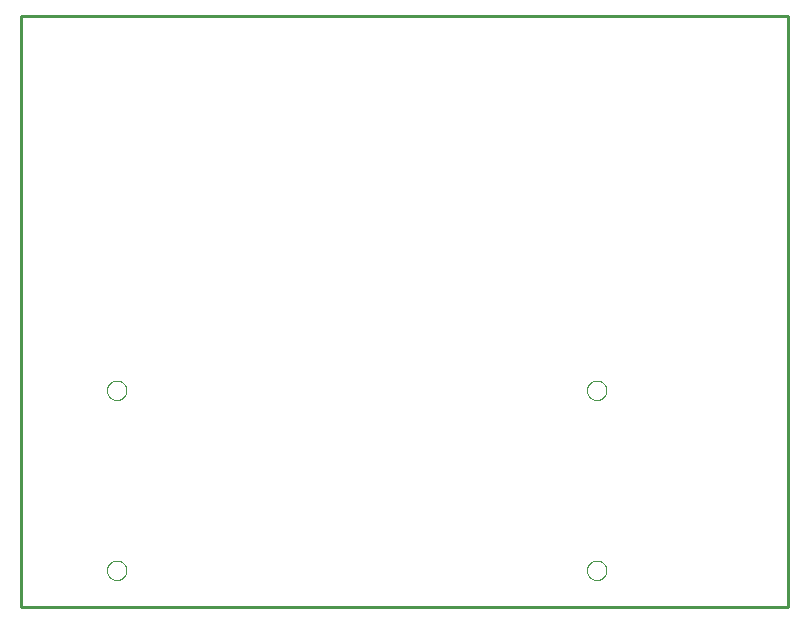
<source format=gbr>
G75*
%MOIN*%
%OFA0B0*%
%FSLAX25Y25*%
%IPPOS*%
%LPD*%
%AMOC8*
5,1,8,0,0,1.08239X$1,22.5*
%
%ADD10C,0.01000*%
%ADD11C,0.00000*%
D10*
X0028343Y0006537D02*
X0028343Y0203387D01*
X0284249Y0203387D01*
X0284249Y0006537D01*
X0028343Y0006537D01*
D11*
X0057062Y0018663D02*
X0057064Y0018776D01*
X0057070Y0018890D01*
X0057080Y0019003D01*
X0057094Y0019115D01*
X0057111Y0019227D01*
X0057133Y0019339D01*
X0057159Y0019449D01*
X0057188Y0019559D01*
X0057221Y0019667D01*
X0057258Y0019775D01*
X0057299Y0019880D01*
X0057343Y0019985D01*
X0057391Y0020088D01*
X0057442Y0020189D01*
X0057497Y0020288D01*
X0057556Y0020385D01*
X0057618Y0020480D01*
X0057683Y0020573D01*
X0057751Y0020664D01*
X0057822Y0020752D01*
X0057897Y0020838D01*
X0057974Y0020921D01*
X0058054Y0021001D01*
X0058137Y0021078D01*
X0058223Y0021153D01*
X0058311Y0021224D01*
X0058402Y0021292D01*
X0058495Y0021357D01*
X0058590Y0021419D01*
X0058687Y0021478D01*
X0058786Y0021533D01*
X0058887Y0021584D01*
X0058990Y0021632D01*
X0059095Y0021676D01*
X0059200Y0021717D01*
X0059308Y0021754D01*
X0059416Y0021787D01*
X0059526Y0021816D01*
X0059636Y0021842D01*
X0059748Y0021864D01*
X0059860Y0021881D01*
X0059972Y0021895D01*
X0060085Y0021905D01*
X0060199Y0021911D01*
X0060312Y0021913D01*
X0060425Y0021911D01*
X0060539Y0021905D01*
X0060652Y0021895D01*
X0060764Y0021881D01*
X0060876Y0021864D01*
X0060988Y0021842D01*
X0061098Y0021816D01*
X0061208Y0021787D01*
X0061316Y0021754D01*
X0061424Y0021717D01*
X0061529Y0021676D01*
X0061634Y0021632D01*
X0061737Y0021584D01*
X0061838Y0021533D01*
X0061937Y0021478D01*
X0062034Y0021419D01*
X0062129Y0021357D01*
X0062222Y0021292D01*
X0062313Y0021224D01*
X0062401Y0021153D01*
X0062487Y0021078D01*
X0062570Y0021001D01*
X0062650Y0020921D01*
X0062727Y0020838D01*
X0062802Y0020752D01*
X0062873Y0020664D01*
X0062941Y0020573D01*
X0063006Y0020480D01*
X0063068Y0020385D01*
X0063127Y0020288D01*
X0063182Y0020189D01*
X0063233Y0020088D01*
X0063281Y0019985D01*
X0063325Y0019880D01*
X0063366Y0019775D01*
X0063403Y0019667D01*
X0063436Y0019559D01*
X0063465Y0019449D01*
X0063491Y0019339D01*
X0063513Y0019227D01*
X0063530Y0019115D01*
X0063544Y0019003D01*
X0063554Y0018890D01*
X0063560Y0018776D01*
X0063562Y0018663D01*
X0063560Y0018550D01*
X0063554Y0018436D01*
X0063544Y0018323D01*
X0063530Y0018211D01*
X0063513Y0018099D01*
X0063491Y0017987D01*
X0063465Y0017877D01*
X0063436Y0017767D01*
X0063403Y0017659D01*
X0063366Y0017551D01*
X0063325Y0017446D01*
X0063281Y0017341D01*
X0063233Y0017238D01*
X0063182Y0017137D01*
X0063127Y0017038D01*
X0063068Y0016941D01*
X0063006Y0016846D01*
X0062941Y0016753D01*
X0062873Y0016662D01*
X0062802Y0016574D01*
X0062727Y0016488D01*
X0062650Y0016405D01*
X0062570Y0016325D01*
X0062487Y0016248D01*
X0062401Y0016173D01*
X0062313Y0016102D01*
X0062222Y0016034D01*
X0062129Y0015969D01*
X0062034Y0015907D01*
X0061937Y0015848D01*
X0061838Y0015793D01*
X0061737Y0015742D01*
X0061634Y0015694D01*
X0061529Y0015650D01*
X0061424Y0015609D01*
X0061316Y0015572D01*
X0061208Y0015539D01*
X0061098Y0015510D01*
X0060988Y0015484D01*
X0060876Y0015462D01*
X0060764Y0015445D01*
X0060652Y0015431D01*
X0060539Y0015421D01*
X0060425Y0015415D01*
X0060312Y0015413D01*
X0060199Y0015415D01*
X0060085Y0015421D01*
X0059972Y0015431D01*
X0059860Y0015445D01*
X0059748Y0015462D01*
X0059636Y0015484D01*
X0059526Y0015510D01*
X0059416Y0015539D01*
X0059308Y0015572D01*
X0059200Y0015609D01*
X0059095Y0015650D01*
X0058990Y0015694D01*
X0058887Y0015742D01*
X0058786Y0015793D01*
X0058687Y0015848D01*
X0058590Y0015907D01*
X0058495Y0015969D01*
X0058402Y0016034D01*
X0058311Y0016102D01*
X0058223Y0016173D01*
X0058137Y0016248D01*
X0058054Y0016325D01*
X0057974Y0016405D01*
X0057897Y0016488D01*
X0057822Y0016574D01*
X0057751Y0016662D01*
X0057683Y0016753D01*
X0057618Y0016846D01*
X0057556Y0016941D01*
X0057497Y0017038D01*
X0057442Y0017137D01*
X0057391Y0017238D01*
X0057343Y0017341D01*
X0057299Y0017446D01*
X0057258Y0017551D01*
X0057221Y0017659D01*
X0057188Y0017767D01*
X0057159Y0017877D01*
X0057133Y0017987D01*
X0057111Y0018099D01*
X0057094Y0018211D01*
X0057080Y0018323D01*
X0057070Y0018436D01*
X0057064Y0018550D01*
X0057062Y0018663D01*
X0057062Y0078663D02*
X0057064Y0078776D01*
X0057070Y0078890D01*
X0057080Y0079003D01*
X0057094Y0079115D01*
X0057111Y0079227D01*
X0057133Y0079339D01*
X0057159Y0079449D01*
X0057188Y0079559D01*
X0057221Y0079667D01*
X0057258Y0079775D01*
X0057299Y0079880D01*
X0057343Y0079985D01*
X0057391Y0080088D01*
X0057442Y0080189D01*
X0057497Y0080288D01*
X0057556Y0080385D01*
X0057618Y0080480D01*
X0057683Y0080573D01*
X0057751Y0080664D01*
X0057822Y0080752D01*
X0057897Y0080838D01*
X0057974Y0080921D01*
X0058054Y0081001D01*
X0058137Y0081078D01*
X0058223Y0081153D01*
X0058311Y0081224D01*
X0058402Y0081292D01*
X0058495Y0081357D01*
X0058590Y0081419D01*
X0058687Y0081478D01*
X0058786Y0081533D01*
X0058887Y0081584D01*
X0058990Y0081632D01*
X0059095Y0081676D01*
X0059200Y0081717D01*
X0059308Y0081754D01*
X0059416Y0081787D01*
X0059526Y0081816D01*
X0059636Y0081842D01*
X0059748Y0081864D01*
X0059860Y0081881D01*
X0059972Y0081895D01*
X0060085Y0081905D01*
X0060199Y0081911D01*
X0060312Y0081913D01*
X0060425Y0081911D01*
X0060539Y0081905D01*
X0060652Y0081895D01*
X0060764Y0081881D01*
X0060876Y0081864D01*
X0060988Y0081842D01*
X0061098Y0081816D01*
X0061208Y0081787D01*
X0061316Y0081754D01*
X0061424Y0081717D01*
X0061529Y0081676D01*
X0061634Y0081632D01*
X0061737Y0081584D01*
X0061838Y0081533D01*
X0061937Y0081478D01*
X0062034Y0081419D01*
X0062129Y0081357D01*
X0062222Y0081292D01*
X0062313Y0081224D01*
X0062401Y0081153D01*
X0062487Y0081078D01*
X0062570Y0081001D01*
X0062650Y0080921D01*
X0062727Y0080838D01*
X0062802Y0080752D01*
X0062873Y0080664D01*
X0062941Y0080573D01*
X0063006Y0080480D01*
X0063068Y0080385D01*
X0063127Y0080288D01*
X0063182Y0080189D01*
X0063233Y0080088D01*
X0063281Y0079985D01*
X0063325Y0079880D01*
X0063366Y0079775D01*
X0063403Y0079667D01*
X0063436Y0079559D01*
X0063465Y0079449D01*
X0063491Y0079339D01*
X0063513Y0079227D01*
X0063530Y0079115D01*
X0063544Y0079003D01*
X0063554Y0078890D01*
X0063560Y0078776D01*
X0063562Y0078663D01*
X0063560Y0078550D01*
X0063554Y0078436D01*
X0063544Y0078323D01*
X0063530Y0078211D01*
X0063513Y0078099D01*
X0063491Y0077987D01*
X0063465Y0077877D01*
X0063436Y0077767D01*
X0063403Y0077659D01*
X0063366Y0077551D01*
X0063325Y0077446D01*
X0063281Y0077341D01*
X0063233Y0077238D01*
X0063182Y0077137D01*
X0063127Y0077038D01*
X0063068Y0076941D01*
X0063006Y0076846D01*
X0062941Y0076753D01*
X0062873Y0076662D01*
X0062802Y0076574D01*
X0062727Y0076488D01*
X0062650Y0076405D01*
X0062570Y0076325D01*
X0062487Y0076248D01*
X0062401Y0076173D01*
X0062313Y0076102D01*
X0062222Y0076034D01*
X0062129Y0075969D01*
X0062034Y0075907D01*
X0061937Y0075848D01*
X0061838Y0075793D01*
X0061737Y0075742D01*
X0061634Y0075694D01*
X0061529Y0075650D01*
X0061424Y0075609D01*
X0061316Y0075572D01*
X0061208Y0075539D01*
X0061098Y0075510D01*
X0060988Y0075484D01*
X0060876Y0075462D01*
X0060764Y0075445D01*
X0060652Y0075431D01*
X0060539Y0075421D01*
X0060425Y0075415D01*
X0060312Y0075413D01*
X0060199Y0075415D01*
X0060085Y0075421D01*
X0059972Y0075431D01*
X0059860Y0075445D01*
X0059748Y0075462D01*
X0059636Y0075484D01*
X0059526Y0075510D01*
X0059416Y0075539D01*
X0059308Y0075572D01*
X0059200Y0075609D01*
X0059095Y0075650D01*
X0058990Y0075694D01*
X0058887Y0075742D01*
X0058786Y0075793D01*
X0058687Y0075848D01*
X0058590Y0075907D01*
X0058495Y0075969D01*
X0058402Y0076034D01*
X0058311Y0076102D01*
X0058223Y0076173D01*
X0058137Y0076248D01*
X0058054Y0076325D01*
X0057974Y0076405D01*
X0057897Y0076488D01*
X0057822Y0076574D01*
X0057751Y0076662D01*
X0057683Y0076753D01*
X0057618Y0076846D01*
X0057556Y0076941D01*
X0057497Y0077038D01*
X0057442Y0077137D01*
X0057391Y0077238D01*
X0057343Y0077341D01*
X0057299Y0077446D01*
X0057258Y0077551D01*
X0057221Y0077659D01*
X0057188Y0077767D01*
X0057159Y0077877D01*
X0057133Y0077987D01*
X0057111Y0078099D01*
X0057094Y0078211D01*
X0057080Y0078323D01*
X0057070Y0078436D01*
X0057064Y0078550D01*
X0057062Y0078663D01*
X0217062Y0078663D02*
X0217064Y0078776D01*
X0217070Y0078890D01*
X0217080Y0079003D01*
X0217094Y0079115D01*
X0217111Y0079227D01*
X0217133Y0079339D01*
X0217159Y0079449D01*
X0217188Y0079559D01*
X0217221Y0079667D01*
X0217258Y0079775D01*
X0217299Y0079880D01*
X0217343Y0079985D01*
X0217391Y0080088D01*
X0217442Y0080189D01*
X0217497Y0080288D01*
X0217556Y0080385D01*
X0217618Y0080480D01*
X0217683Y0080573D01*
X0217751Y0080664D01*
X0217822Y0080752D01*
X0217897Y0080838D01*
X0217974Y0080921D01*
X0218054Y0081001D01*
X0218137Y0081078D01*
X0218223Y0081153D01*
X0218311Y0081224D01*
X0218402Y0081292D01*
X0218495Y0081357D01*
X0218590Y0081419D01*
X0218687Y0081478D01*
X0218786Y0081533D01*
X0218887Y0081584D01*
X0218990Y0081632D01*
X0219095Y0081676D01*
X0219200Y0081717D01*
X0219308Y0081754D01*
X0219416Y0081787D01*
X0219526Y0081816D01*
X0219636Y0081842D01*
X0219748Y0081864D01*
X0219860Y0081881D01*
X0219972Y0081895D01*
X0220085Y0081905D01*
X0220199Y0081911D01*
X0220312Y0081913D01*
X0220425Y0081911D01*
X0220539Y0081905D01*
X0220652Y0081895D01*
X0220764Y0081881D01*
X0220876Y0081864D01*
X0220988Y0081842D01*
X0221098Y0081816D01*
X0221208Y0081787D01*
X0221316Y0081754D01*
X0221424Y0081717D01*
X0221529Y0081676D01*
X0221634Y0081632D01*
X0221737Y0081584D01*
X0221838Y0081533D01*
X0221937Y0081478D01*
X0222034Y0081419D01*
X0222129Y0081357D01*
X0222222Y0081292D01*
X0222313Y0081224D01*
X0222401Y0081153D01*
X0222487Y0081078D01*
X0222570Y0081001D01*
X0222650Y0080921D01*
X0222727Y0080838D01*
X0222802Y0080752D01*
X0222873Y0080664D01*
X0222941Y0080573D01*
X0223006Y0080480D01*
X0223068Y0080385D01*
X0223127Y0080288D01*
X0223182Y0080189D01*
X0223233Y0080088D01*
X0223281Y0079985D01*
X0223325Y0079880D01*
X0223366Y0079775D01*
X0223403Y0079667D01*
X0223436Y0079559D01*
X0223465Y0079449D01*
X0223491Y0079339D01*
X0223513Y0079227D01*
X0223530Y0079115D01*
X0223544Y0079003D01*
X0223554Y0078890D01*
X0223560Y0078776D01*
X0223562Y0078663D01*
X0223560Y0078550D01*
X0223554Y0078436D01*
X0223544Y0078323D01*
X0223530Y0078211D01*
X0223513Y0078099D01*
X0223491Y0077987D01*
X0223465Y0077877D01*
X0223436Y0077767D01*
X0223403Y0077659D01*
X0223366Y0077551D01*
X0223325Y0077446D01*
X0223281Y0077341D01*
X0223233Y0077238D01*
X0223182Y0077137D01*
X0223127Y0077038D01*
X0223068Y0076941D01*
X0223006Y0076846D01*
X0222941Y0076753D01*
X0222873Y0076662D01*
X0222802Y0076574D01*
X0222727Y0076488D01*
X0222650Y0076405D01*
X0222570Y0076325D01*
X0222487Y0076248D01*
X0222401Y0076173D01*
X0222313Y0076102D01*
X0222222Y0076034D01*
X0222129Y0075969D01*
X0222034Y0075907D01*
X0221937Y0075848D01*
X0221838Y0075793D01*
X0221737Y0075742D01*
X0221634Y0075694D01*
X0221529Y0075650D01*
X0221424Y0075609D01*
X0221316Y0075572D01*
X0221208Y0075539D01*
X0221098Y0075510D01*
X0220988Y0075484D01*
X0220876Y0075462D01*
X0220764Y0075445D01*
X0220652Y0075431D01*
X0220539Y0075421D01*
X0220425Y0075415D01*
X0220312Y0075413D01*
X0220199Y0075415D01*
X0220085Y0075421D01*
X0219972Y0075431D01*
X0219860Y0075445D01*
X0219748Y0075462D01*
X0219636Y0075484D01*
X0219526Y0075510D01*
X0219416Y0075539D01*
X0219308Y0075572D01*
X0219200Y0075609D01*
X0219095Y0075650D01*
X0218990Y0075694D01*
X0218887Y0075742D01*
X0218786Y0075793D01*
X0218687Y0075848D01*
X0218590Y0075907D01*
X0218495Y0075969D01*
X0218402Y0076034D01*
X0218311Y0076102D01*
X0218223Y0076173D01*
X0218137Y0076248D01*
X0218054Y0076325D01*
X0217974Y0076405D01*
X0217897Y0076488D01*
X0217822Y0076574D01*
X0217751Y0076662D01*
X0217683Y0076753D01*
X0217618Y0076846D01*
X0217556Y0076941D01*
X0217497Y0077038D01*
X0217442Y0077137D01*
X0217391Y0077238D01*
X0217343Y0077341D01*
X0217299Y0077446D01*
X0217258Y0077551D01*
X0217221Y0077659D01*
X0217188Y0077767D01*
X0217159Y0077877D01*
X0217133Y0077987D01*
X0217111Y0078099D01*
X0217094Y0078211D01*
X0217080Y0078323D01*
X0217070Y0078436D01*
X0217064Y0078550D01*
X0217062Y0078663D01*
X0217062Y0018663D02*
X0217064Y0018776D01*
X0217070Y0018890D01*
X0217080Y0019003D01*
X0217094Y0019115D01*
X0217111Y0019227D01*
X0217133Y0019339D01*
X0217159Y0019449D01*
X0217188Y0019559D01*
X0217221Y0019667D01*
X0217258Y0019775D01*
X0217299Y0019880D01*
X0217343Y0019985D01*
X0217391Y0020088D01*
X0217442Y0020189D01*
X0217497Y0020288D01*
X0217556Y0020385D01*
X0217618Y0020480D01*
X0217683Y0020573D01*
X0217751Y0020664D01*
X0217822Y0020752D01*
X0217897Y0020838D01*
X0217974Y0020921D01*
X0218054Y0021001D01*
X0218137Y0021078D01*
X0218223Y0021153D01*
X0218311Y0021224D01*
X0218402Y0021292D01*
X0218495Y0021357D01*
X0218590Y0021419D01*
X0218687Y0021478D01*
X0218786Y0021533D01*
X0218887Y0021584D01*
X0218990Y0021632D01*
X0219095Y0021676D01*
X0219200Y0021717D01*
X0219308Y0021754D01*
X0219416Y0021787D01*
X0219526Y0021816D01*
X0219636Y0021842D01*
X0219748Y0021864D01*
X0219860Y0021881D01*
X0219972Y0021895D01*
X0220085Y0021905D01*
X0220199Y0021911D01*
X0220312Y0021913D01*
X0220425Y0021911D01*
X0220539Y0021905D01*
X0220652Y0021895D01*
X0220764Y0021881D01*
X0220876Y0021864D01*
X0220988Y0021842D01*
X0221098Y0021816D01*
X0221208Y0021787D01*
X0221316Y0021754D01*
X0221424Y0021717D01*
X0221529Y0021676D01*
X0221634Y0021632D01*
X0221737Y0021584D01*
X0221838Y0021533D01*
X0221937Y0021478D01*
X0222034Y0021419D01*
X0222129Y0021357D01*
X0222222Y0021292D01*
X0222313Y0021224D01*
X0222401Y0021153D01*
X0222487Y0021078D01*
X0222570Y0021001D01*
X0222650Y0020921D01*
X0222727Y0020838D01*
X0222802Y0020752D01*
X0222873Y0020664D01*
X0222941Y0020573D01*
X0223006Y0020480D01*
X0223068Y0020385D01*
X0223127Y0020288D01*
X0223182Y0020189D01*
X0223233Y0020088D01*
X0223281Y0019985D01*
X0223325Y0019880D01*
X0223366Y0019775D01*
X0223403Y0019667D01*
X0223436Y0019559D01*
X0223465Y0019449D01*
X0223491Y0019339D01*
X0223513Y0019227D01*
X0223530Y0019115D01*
X0223544Y0019003D01*
X0223554Y0018890D01*
X0223560Y0018776D01*
X0223562Y0018663D01*
X0223560Y0018550D01*
X0223554Y0018436D01*
X0223544Y0018323D01*
X0223530Y0018211D01*
X0223513Y0018099D01*
X0223491Y0017987D01*
X0223465Y0017877D01*
X0223436Y0017767D01*
X0223403Y0017659D01*
X0223366Y0017551D01*
X0223325Y0017446D01*
X0223281Y0017341D01*
X0223233Y0017238D01*
X0223182Y0017137D01*
X0223127Y0017038D01*
X0223068Y0016941D01*
X0223006Y0016846D01*
X0222941Y0016753D01*
X0222873Y0016662D01*
X0222802Y0016574D01*
X0222727Y0016488D01*
X0222650Y0016405D01*
X0222570Y0016325D01*
X0222487Y0016248D01*
X0222401Y0016173D01*
X0222313Y0016102D01*
X0222222Y0016034D01*
X0222129Y0015969D01*
X0222034Y0015907D01*
X0221937Y0015848D01*
X0221838Y0015793D01*
X0221737Y0015742D01*
X0221634Y0015694D01*
X0221529Y0015650D01*
X0221424Y0015609D01*
X0221316Y0015572D01*
X0221208Y0015539D01*
X0221098Y0015510D01*
X0220988Y0015484D01*
X0220876Y0015462D01*
X0220764Y0015445D01*
X0220652Y0015431D01*
X0220539Y0015421D01*
X0220425Y0015415D01*
X0220312Y0015413D01*
X0220199Y0015415D01*
X0220085Y0015421D01*
X0219972Y0015431D01*
X0219860Y0015445D01*
X0219748Y0015462D01*
X0219636Y0015484D01*
X0219526Y0015510D01*
X0219416Y0015539D01*
X0219308Y0015572D01*
X0219200Y0015609D01*
X0219095Y0015650D01*
X0218990Y0015694D01*
X0218887Y0015742D01*
X0218786Y0015793D01*
X0218687Y0015848D01*
X0218590Y0015907D01*
X0218495Y0015969D01*
X0218402Y0016034D01*
X0218311Y0016102D01*
X0218223Y0016173D01*
X0218137Y0016248D01*
X0218054Y0016325D01*
X0217974Y0016405D01*
X0217897Y0016488D01*
X0217822Y0016574D01*
X0217751Y0016662D01*
X0217683Y0016753D01*
X0217618Y0016846D01*
X0217556Y0016941D01*
X0217497Y0017038D01*
X0217442Y0017137D01*
X0217391Y0017238D01*
X0217343Y0017341D01*
X0217299Y0017446D01*
X0217258Y0017551D01*
X0217221Y0017659D01*
X0217188Y0017767D01*
X0217159Y0017877D01*
X0217133Y0017987D01*
X0217111Y0018099D01*
X0217094Y0018211D01*
X0217080Y0018323D01*
X0217070Y0018436D01*
X0217064Y0018550D01*
X0217062Y0018663D01*
M02*

</source>
